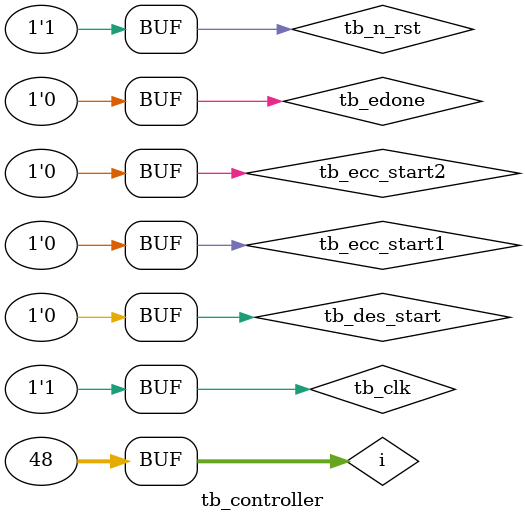
<source format=sv>

`timescale 1ns / 1ps

module tb_controller();

	parameter CLK_PERIOD = 5;

	reg tb_clk;
	reg tb_n_rst;
	reg tb_ecc_start1;
	reg tb_ecc_start2;
	reg tb_des_start;
	reg tb_estart;
	reg [163:0] tb_Pox;
	reg [163:0] tb_Poy;
	reg tb_edone;
	reg [191:0] tb_Keys;
	reg [163:0] tb_PuX;
	reg [163:0] tb_PuY;
	reg tb_ecc1_done;
	reg tb_ecc2_done;
	reg tb_des_done;

	integer i;
	
	controller DUT(.clk(tb_clk), .n_rst(tb_n_rst), .ecc_start1(tb_ecc_start1), .ecc_start2(tb_ecc_start2), .des_start(tb_des_start), .estart(tb_estart), .Pox(tb_Pox), .Poy(tb_Poy), .edone(tb_edone), .Keys(tb_Keys), .PuX(tb_PuX), .ecc1_done(tb_ecc1_done), .ecc2_done(tb_ecc2_done), .des_done(tb_des_done));


	always
	begin : CLK_GEN
		tb_clk = 1'b0;
		#(CLK_PERIOD / 2);
		tb_clk = 1'b1;
		#(CLK_PERIOD / 2);
	end


//tests all three start bits for a done signal

	initial
	begin
		tb_ecc_start1 = 1'b0;
		tb_ecc_start2 = 1'b0;
		tb_des_start = 1'b0;		
		tb_n_rst = 1'b0;
		#CLK_PERIOD;
		#CLK_PERIOD;
		tb_n_rst = 1'b1;
		#CLK_PERIOD;
		#CLK_PERIOD;
		//state should be idle here
		tb_ecc_start1 = 1'b1;
		#CLK_PERIOD;
		#CLK_PERIOD;
		tb_ecc_start1 = 1'b0;
		#CLK_PERIOD;
		#CLK_PERIOD;
		tb_edone = 1'b1;
		//state should go to ecc1_done		
		#CLK_PERIOD;
		#CLK_PERIOD;
		//state should be IDLE
		tb_edone = 1'b0;
		#CLK_PERIOD;
		#CLK_PERIOD;
		tb_ecc_start2 = 1'b1;
		#CLK_PERIOD;
		//in state ECC2
		#CLK_PERIOD;
		tb_ecc_start2 = 1'b0;
		#CLK_PERIOD;
		#CLK_PERIOD;
		tb_edone = 1'b1;		
		//state should go to ecc2_done
		#CLK_PERIOD;
		#CLK_PERIOD;
		//state should be IDLE
		tb_edone = 1'b0;
		#CLK_PERIOD;
		#CLK_PERIOD;
		tb_des_start = 1'b1;
		//state should go to KEY_WAIT1
		#CLK_PERIOD;
		#CLK_PERIOD;
		for (i = 0; i<6'd48; i++)
			#CLK_PERIOD;
			
		#CLK_PERIOD;
		#CLK_PERIOD;
		#CLK_PERIOD;
		#CLK_PERIOD;
		tb_des_start = 1'b0;
		//State should go to DES_DONE
		#CLK_PERIOD;
		for (i = 0; i<6'd48; i++)
			#CLK_PERIOD;
		//State should be IDLE
			
	end

endmodule








</source>
